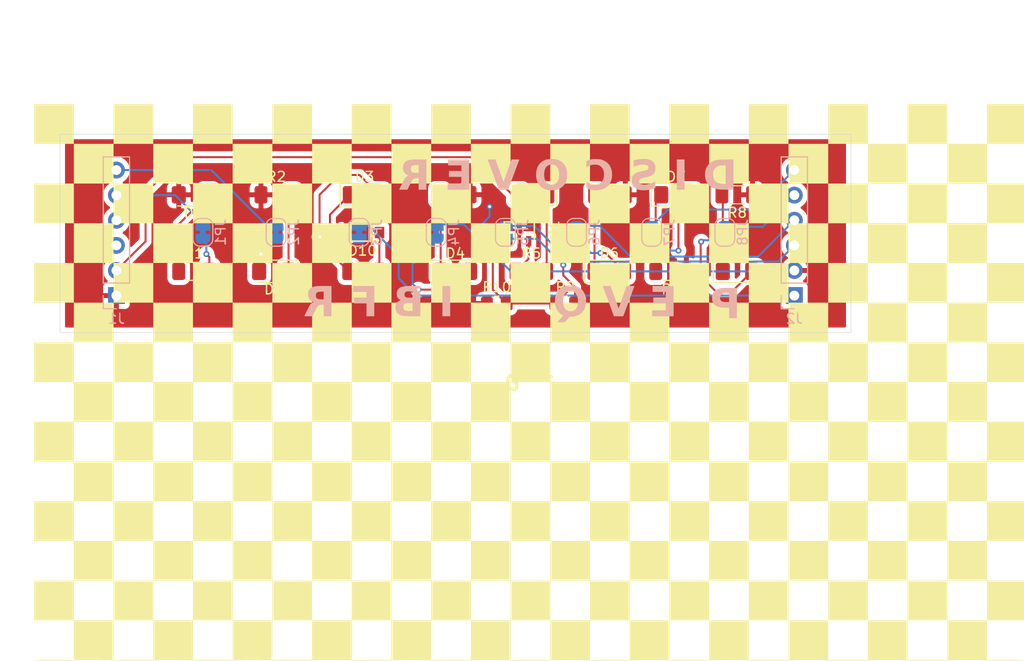
<source format=kicad_pcb>
(kicad_pcb (version 20240108) (generator "pcbnew") (generator_version "8.0")
  (layers (0 "F.Cu" signal) (31 "B.Cu" signal) (34 "B.Paste" user) (35 "F.Paste" user) (36 "B.SilkS" user "B.Silkscreen") (37 "F.SilkS" user "F.Silkscreen") (38 "B.Mask" user) (39 "F.Mask" user) (44 "Edge.Cuts" user))
  (net 0 "")
  (net 1 "Net-(D1-K)")
  (net 2 "Net-(D2-K)")
  (net 3 "Net-(D3-K)")
  (net 4 "Net-(D4-K)")
  (net 5 "Net-(D5-K)")
  (net 6 "Net-(D6-K)")
  (net 7 "Net-(D7-K)")
  (net 8 "Net-(D8-K)")
  (net 9 "SV1")
  (net 10 "SV2")
  (net 11 "SV3")
  (net 12 "SV4")
  (net 13 "SV5")
  (net 14 "SV6")
  (net 15 "SV7")
  (net 16 "SV8")
  (net 17 "GPIO3")
  (net 18 "GPIO2")
  (net 19 "+3V3")
  (net 20 "Net-(D10-C)")
  (net 21 "Net-(U1-E)")
  (net 22 "Net-(U1-B)")
  (net 23 "Net-(D2-A)")
  (net 24 "Net-(D3-A)")
  (net 25 "Net-(D4-A)")
  (net 26 "Net-(D6-A)")
  (net 27 "Net-(D7-A)")
  (net 28 "Net-(D8-A)")
  (net 29 "Net-(JP1-A)")
  (net 30 "Net-(JP5-A)")
  (footprint "LED_SMD:LED_1206_3216Metric_Pad1.42x1.75mm_HandSolder" (layer "F.Cu") (at 119.75 89 180)
    (property "Reference" "D5" (at 0 -1.82 0) (layer "F.SilkS"))
    (property "Value" "LED")
    (pad "1" smd roundrect (at -1.4875 0 180) (size 1.425 1.75) (layers "F.Cu" "F.Paste" "F.Mask") (roundrect_rratio 0.175439) (net 5 "Net-(D5-K)"))
    (pad "2" smd roundrect (at 1.4875 0 180) (size 1.425 1.75) (layers "F.Cu" "F.Paste" "F.Mask") (roundrect_rratio 0.175439) (net 19 "+3V3"))
  )
  (footprint "LED_SMD:LED_1206_3216Metric_Pad1.42x1.75mm_HandSolder" (layer "F.Cu") (at 93.575 96.75 180)
    (property "Reference" "D2" (at 0 -1.82 0) (layer "F.SilkS"))
    (property "Value" "LED")
    (pad "1" smd roundrect (at -1.4875 0 180) (size 1.425 1.75) (layers "F.Cu" "F.Paste" "F.Mask") (roundrect_rratio 0.175439) (net 2 "Net-(D2-K)"))
    (pad "2" smd roundrect (at 1.4875 0 180) (size 1.425 1.75) (layers "F.Cu" "F.Paste" "F.Mask") (roundrect_rratio 0.175439) (net 23 "Net-(D2-A)"))
  )
  (footprint "LED_SMD:LED_1206_3216Metric_Pad1.42x1.75mm_HandSolder" (layer "F.Cu") (at 102.75 89)
    (property "Reference" "D3" (at 0 -1.82 0) (layer "F.SilkS"))
    (property "Value" "LED")
    (pad "1" smd roundrect (at -1.4875 0) (size 1.425 1.75) (layers "F.Cu" "F.Paste" "F.Mask") (roundrect_rratio 0.175439) (net 3 "Net-(D3-K)"))
    (pad "2" smd roundrect (at 1.4875 0) (size 1.425 1.75) (layers "F.Cu" "F.Paste" "F.Mask") (roundrect_rratio 0.175439) (net 24 "Net-(D3-A)"))
  )
  (footprint "Resistor_SMD:R_1206_3216Metric_Pad1.30x1.75mm_HandSolder" (layer "F.Cu") (at 93.825 89)
    (property "Reference" "R2" (at 0 -1.82 0) (layer "F.SilkS"))
    (property "Value" "75")
    (pad "1" smd roundrect (at -1.55 0) (size 1.3 1.75) (layers "F.Cu" "F.Paste" "F.Mask") (roundrect_rratio 0.192308) (net 12 "SV4"))
    (pad "2" smd roundrect (at 1.55 0) (size 1.3 1.75) (layers "F.Cu" "F.Paste" "F.Mask") (roundrect_rratio 0.192308) (net 2 "Net-(D2-K)"))
  )
  (footprint "Resistor_SMD:R_1206_3216Metric_Pad1.30x1.75mm_HandSolder" (layer "F.Cu") (at 111.875 88.9875 180)
    (property "Reference" "R4" (at 0 -1.82 0) (layer "F.SilkS"))
    (property "Value" "75")
    (pad "1" smd roundrect (at -1.55 0 180) (size 1.3 1.75) (layers "F.Cu" "F.Paste" "F.Mask") (roundrect_rratio 0.192308) (net 12 "SV4"))
    (pad "2" smd roundrect (at 1.55 0 180) (size 1.3 1.75) (layers "F.Cu" "F.Paste" "F.Mask") (roundrect_rratio 0.192308) (net 4 "Net-(D4-K)"))
  )
  (footprint "Resistor_SMD:R_1206_3216Metric_Pad1.30x1.75mm_HandSolder" (layer "F.Cu") (at 127.575 89 180)
    (property "Reference" "R6" (at 0 -1.82 0) (layer "F.SilkS"))
    (property "Value" "1")
    (pad "1" smd roundrect (at -1.55 0 180) (size 1.3 1.75) (layers "F.Cu" "F.Paste" "F.Mask") (roundrect_rratio 0.192308) (net 12 "SV4"))
    (pad "2" smd roundrect (at 1.55 0 180) (size 1.3 1.75) (layers "F.Cu" "F.Paste" "F.Mask") (roundrect_rratio 0.192308) (net 6 "Net-(D6-K)"))
  )
  (footprint "Resistor_SMD:R_1206_3216Metric_Pad1.30x1.75mm_HandSolder" (layer "F.Cu") (at 133.75 96.75 180)
    (property "Reference" "R7" (at 0 -1.82 0) (layer "F.SilkS"))
    (property "Value" "75")
    (pad "1" smd roundrect (at -1.55 0 180) (size 1.3 1.75) (layers "F.Cu" "F.Paste" "F.Mask") (roundrect_rratio 0.192308) (net 12 "SV4"))
    (pad "2" smd roundrect (at 1.55 0 180) (size 1.3 1.75) (layers "F.Cu" "F.Paste" "F.Mask") (roundrect_rratio 0.192308) (net 7 "Net-(D7-K)"))
  )
  (footprint "footprints:SOD-123_L2.8-W1.8-LS3.7-RD" (layer "F.Cu") (at 102.575 92.825 180)
    (property "Reference" "D10" (at 0.05 -1.825 0) (layer "F.SilkS"))
    (property "Value" "MBR120LSF")
    (pad "1" smd rect (at -1.692405 0 180) (size 0.950013 1.150013) (layers "F.Cu" "F.Paste" "F.Mask") (net 20 "Net-(D10-C)"))
    (pad "2" smd rect (at 1.692405 0 180) (size 0.950013 1.150013) (layers "F.Cu" "F.Paste" "F.Mask") (net 12 "SV4"))
  )
  (footprint "LOGO" (layer "F.Cu") (at 119.4 108)
    (property "Reference" "G***" (at 0 0 0) (layer "F.SilkS") (effects (font (size 1.5 1.5) (thickness 0.3))))
    (property "Value" "LOGO" (hide yes))
  )
  (footprint "Resistor_SMD:R_1206_3216Metric_Pad1.30x1.75mm_HandSolder" (layer "F.Cu") (at 102.7 96.75 180)
    (property "Reference" "R3" (at 0 -1.82 0) (layer "F.SilkS"))
    (property "Value" "75")
    (pad "1" smd roundrect (at -1.55 0 180) (size 1.3 1.75) (layers "F.Cu" "F.Paste" "F.Mask") (roundrect_rratio 0.192308) (net 20 "Net-(D10-C)"))
    (pad "2" smd roundrect (at 1.55 0 180) (size 1.3 1.75) (layers "F.Cu" "F.Paste" "F.Mask") (roundrect_rratio 0.192308) (net 3 "Net-(D3-K)"))
  )
  (footprint "LED_SMD:LED_1206_3216Metric_Pad1.42x1.75mm_HandSolder" (layer "F.Cu") (at 85.445 89 180)
    (property "Reference" "D1" (at 0 -1.82 0) (layer "F.SilkS"))
    (property "Value" "LED")
    (pad "1" smd roundrect (at -1.4875 0 180) (size 1.425 1.75) (layers "F.Cu" "F.Paste" "F.Mask") (roundrect_rratio 0.175439) (net 1 "Net-(D1-K)"))
    (pad "2" smd roundrect (at 1.4875 0 180) (size 1.425 1.75) (layers "F.Cu" "F.Paste" "F.Mask") (roundrect_rratio 0.175439) (net 12 "SV4"))
  )
  (footprint "footprints:SOT-23-3_L3.0-W1.7-P0.95-LS2.9-BR" (layer "F.Cu") (at 118.4 92.6 -90)
    (property "Reference" "U1" (at 0 -3.526213 90) (layer "F.SilkS"))
    (property "Value" "MMBT3906")
    (pad "1" smd rect (at 1.101346 0.949962 270) (size 1.03749 0.532004) (layers "F.Cu" "F.Paste" "F.Mask") (net 22 "Net-(U1-B)"))
    (pad "2" smd rect (at 1.101346 -0.949962 270) (size 1.03749 0.532004) (layers "F.Cu" "F.Paste" "F.Mask") (net 21 "Net-(U1-E)"))
    (pad "3" smd rect (at -1.101346 0 270) (size 1.03749 0.532004) (layers "F.Cu" "F.Paste" "F.Mask") (net 12 "SV4"))
  )
  (footprint "LED_SMD:LED_1206_3216Metric_Pad1.42x1.75mm_HandSolder" (layer "F.Cu") (at 134.25 89)
    (property "Reference" "D7" (at 0 -1.82 0) (layer "F.SilkS"))
    (property "Value" "LED")
    (pad "1" smd roundrect (at -1.4875 0) (size 1.425 1.75) (layers "F.Cu" "F.Paste" "F.Mask") (roundrect_rratio 0.175439) (net 7 "Net-(D7-K)"))
    (pad "2" smd roundrect (at 1.4875 0) (size 1.425 1.75) (layers "F.Cu" "F.Paste" "F.Mask") (roundrect_rratio 0.175439) (net 27 "Net-(D7-A)"))
  )
  (footprint "LED_SMD:LED_1206_3216Metric_Pad1.42x1.75mm_HandSolder" (layer "F.Cu") (at 111.9375 96.75)
    (property "Reference" "D4" (at 0 -1.82 0) (layer "F.SilkS"))
    (property "Value" "LED")
    (pad "1" smd roundrect (at -1.4875 0) (size 1.425 1.75) (layers "F.Cu" "F.Paste" "F.Mask") (roundrect_rratio 0.175439) (net 4 "Net-(D4-K)"))
    (pad "2" smd roundrect (at 1.4875 0) (size 1.425 1.75) (layers "F.Cu" "F.Paste" "F.Mask") (roundrect_rratio 0.175439) (net 25 "Net-(D4-A)"))
  )
  (footprint "Resistor_SMD:R_1206_3216Metric_Pad1.30x1.75mm_HandSolder" (layer "F.Cu") (at 140.45 89 180)
    (property "Reference" "R8" (at 0 -1.82 0) (layer "F.SilkS"))
    (property "Value" "75")
    (pad "1" smd roundrect (at -1.55 0 180) (size 1.3 1.75) (layers "F.Cu" "F.Paste" "F.Mask") (roundrect_rratio 0.192308) (net 12 "SV4"))
    (pad "2" smd roundrect (at 1.55 0 180) (size 1.3 1.75) (layers "F.Cu" "F.Paste" "F.Mask") (roundrect_rratio 0.192308) (net 8 "Net-(D8-K)"))
  )
  (footprint "Resistor_SMD:R_0805_2012Metric_Pad1.20x1.40mm_HandSolder" (layer "F.Cu") (at 123.05 100)
    (property "Reference" "R9" (at 0 -1.65 0) (layer "F.SilkS"))
    (property "Value" "10K")
    (pad "1" smd roundrect (at -1 0) (size 1.2 1.4) (layers "F.Cu" "F.Paste" "F.Mask") (roundrect_rratio 0.208333) (net 22 "Net-(U1-B)"))
    (pad "2" smd roundrect (at 1 0) (size 1.2 1.4) (layers "F.Cu" "F.Paste" "F.Mask") (roundrect_rratio 0.208333) (net 30 "Net-(JP5-A)"))
  )
  (footprint "Resistor_SMD:R_1206_3216Metric_Pad1.30x1.75mm_HandSolder" (layer "F.Cu") (at 85.5 96.75)
    (property "Reference" "R1" (at 0 -1.82 0) (layer "F.SilkS"))
    (property "Value" "75")
    (pad "1" smd roundrect (at -1.55 0) (size 1.3 1.75) (layers "F.Cu" "F.Paste" "F.Mask") (roundrect_rratio 0.192308) (net 1 "Net-(D1-K)"))
    (pad "2" smd roundrect (at 1.55 0) (size 1.3 1.75) (layers "F.Cu" "F.Paste" "F.Mask") (roundrect_rratio 0.192308) (net 29 "Net-(JP1-A)"))
  )
  (footprint "Resistor_SMD:R_0805_2012Metric_Pad1.20x1.40mm_HandSolder" (layer "F.Cu") (at 116.125 100)
    (property "Reference" "R10" (at 0 -1.65 0) (layer "F.SilkS"))
    (property "Value" "10K")
    (pad "1" smd roundrect (at -1 0) (size 1.2 1.4) (layers "F.Cu" "F.Paste" "F.Mask") (roundrect_rratio 0.208333) (net 12 "SV4"))
    (pad "2" smd roundrect (at 1 0) (size 1.2 1.4) (layers "F.Cu" "F.Paste" "F.Mask") (roundrect_rratio 0.208333) (net 22 "Net-(U1-B)"))
  )
  (footprint "Resistor_SMD:R_1206_3216Metric_Pad1.30x1.75mm_HandSolder" (layer "F.Cu") (at 119.625 96.75)
    (property "Reference" "R5" (at 0 -1.82 0) (layer "F.SilkS"))
    (property "Value" "75")
    (pad "1" smd roundrect (at -1.55 0) (size 1.3 1.75) (layers "F.Cu" "F.Paste" "F.Mask") (roundrect_rratio 0.192308) (net 21 "Net-(U1-E)"))
    (pad "2" smd roundrect (at 1.55 0) (size 1.3 1.75) (layers "F.Cu" "F.Paste" "F.Mask") (roundrect_rratio 0.192308) (net 5 "Net-(D5-K)"))
  )
  (footprint "LED_SMD:LED_1206_3216Metric_Pad1.42x1.75mm_HandSolder" (layer "F.Cu") (at 140.475 96.75)
    (property "Reference" "D8" (at 0 -1.82 0) (layer "F.SilkS"))
    (property "Value" "LED")
    (pad "1" smd roundrect (at -1.4875 0) (size 1.425 1.75) (layers "F.Cu" "F.Paste" "F.Mask") (roundrect_rratio 0.175439) (net 8 "Net-(D8-K)"))
    (pad "2" smd roundrect (at 1.4875 0) (size 1.425 1.75) (layers "F.Cu" "F.Paste" "F.Mask") (roundrect_rratio 0.175439) (net 28 "Net-(D8-A)"))
  )
  (footprint "LED_SMD:LED_1206_3216Metric_Pad1.42x1.75mm_HandSolder" (layer "F.Cu") (at 127.5 96.75)
    (property "Reference" "D6" (at 0 -1.82 0) (layer "F.SilkS"))
    (property "Value" "LED")
    (pad "1" smd roundrect (at -1.4875 0) (size 1.425 1.75) (layers "F.Cu" "F.Paste" "F.Mask") (roundrect_rratio 0.175439) (net 6 "Net-(D6-K)"))
    (pad "2" smd roundrect (at 1.4875 0) (size 1.425 1.75) (layers "F.Cu" "F.Paste" "F.Mask") (roundrect_rratio 0.175439) (net 26 "Net-(D6-A)"))
  )
  (footprint "Jumper:SolderJumper-2_P1.3mm_Bridged_RoundedPad1.0x1.5mm" (layer "B.Cu") (at 124.2 92.8 90)
    (property "Reference" "JP6" (at 0 1.8 90) (layer "B.SilkS") (effects (justify mirror)))
    (property "Value" "SolderJumper_2_Bridged")
    (fp_poly (pts (xy 0.25 0.3) (xy -0.25 0.3) (xy -0.25 -0.3) (xy 0.25 -0.3)) (fill solid) (layer "B.Cu"))
    (pad "1" smd custom (at -0.65 0 90) (size 1 0.5) (layers "B.Cu" "B.Mask") (net 26 "Net-(D6-A)") (options (clearance outline) (anchor rect)) (primitives (gr_circle (center 0 -0.25) (end 0.5 -0.25) (width 0) (fill yes)) (gr_circle (center 0 0.25) (end 0.5 0.25) (width 0) (fill yes)) (gr_poly (pts (xy 0.5 -0.75) (xy 0 -0.75) (xy 0 0.75) (xy 0.5 0.75)) (width 0) (fill yes))))
    (pad "2" smd custom (at 0.65 0 90) (size 1 0.5) (layers "B.Cu" "B.Mask") (net 14 "SV6") (options (clearance outline) (anchor rect)) (primitives (gr_circle (center 0 -0.25) (end 0.5 -0.25) (width 0) (fill yes)) (gr_circle (center 0 0.25) (end 0.5 0.25) (width 0) (fill yes)) (gr_poly (pts (xy 0 -0.75) (xy -0.5 -0.75) (xy -0.5 0.75) (xy 0 0.75)) (width 0) (fill yes))))
  )
  (footprint "Connector_PinHeader_2.54mm:PinHeader_1x06_P2.54mm_Vertical" (layer "B.Cu") (at 77.65 99.2)
    (property "Reference" "J1" (at 0 2.33 0) (layer "B.SilkS") (effects (justify mirror)))
    (property "Value" "Conn_01x06_Pin")
    (pad "1" thru_hole rect (at 0 0) (size 1.7 1.7) (drill 1) (layers "*.Cu" "*.Mask") (net 12 "SV4"))
    (pad "2" thru_hole oval (at 0 -2.54) (size 1.7 1.7) (drill 1) (layers "*.Cu" "*.Mask") (net 19 "+3V3"))
    (pad "3" thru_hole oval (at 0 -5.08) (size 1.7 1.7) (drill 1) (layers "*.Cu" "*.Mask") (net 18 "GPIO2"))
    (pad "4" thru_hole oval (at 0 -7.62) (size 1.7 1.7) (drill 1) (layers "*.Cu" "*.Mask") (net 17 "GPIO3"))
    (pad "5" thru_hole oval (at 0 -10.16) (size 1.7 1.7) (drill 1) (layers "*.Cu" "*.Mask") (net 9 "SV1"))
    (pad "6" thru_hole oval (at 0 -12.7) (size 1.7 1.7) (drill 1) (layers "*.Cu" "*.Mask") (net 10 "SV2"))
  )
  (footprint "Jumper:SolderJumper-2_P1.3mm_Bridged_RoundedPad1.0x1.5mm" (layer "B.Cu") (at 86.4 92.8 90)
    (property "Reference" "JP1" (at 0 1.8 90) (layer "B.SilkS") (effects (justify mirror)))
    (property "Value" "SolderJumper_2_Bridged")
    (fp_poly (pts (xy 0.25 0.3) (xy -0.25 0.3) (xy -0.25 -0.3) (xy 0.25 -0.3)) (fill solid) (layer "B.Cu"))
    (pad "1" smd custom (at -0.65 0 90) (size 1 0.5) (layers "B.Cu" "B.Mask") (net 29 "Net-(JP1-A)") (options (clearance outline) (anchor rect)) (primitives (gr_circle (center 0 -0.25) (end 0.5 -0.25) (width 0) (fill yes)) (gr_circle (center 0 0.25) (end 0.5 0.25) (width 0) (fill yes)) (gr_poly (pts (xy 0.5 -0.75) (xy 0 -0.75) (xy 0 0.75) (xy 0.5 0.75)) (width 0) (fill yes))))
    (pad "2" smd custom (at 0.65 0 90) (size 1 0.5) (layers "B.Cu" "B.Mask") (net 9 "SV1") (options (clearance outline) (anchor rect)) (primitives (gr_circle (center 0 -0.25) (end 0.5 -0.25) (width 0) (fill yes)) (gr_circle (center 0 0.25) (end 0.5 0.25) (width 0) (fill yes)) (gr_poly (pts (xy 0 -0.75) (xy -0.5 -0.75) (xy -0.5 0.75) (xy 0 0.75)) (width 0) (fill yes))))
  )
  (footprint "Jumper:SolderJumper-2_P1.3mm_Bridged_RoundedPad1.0x1.5mm" (layer "B.Cu") (at 102.2 92.8 90)
    (property "Reference" "JP3" (at 0 1.8 90) (layer "B.SilkS") (effects (justify mirror)))
    (property "Value" "SolderJumper_2_Bridged")
    (fp_poly (pts (xy 0.25 0.3) (xy -0.25 0.3) (xy -0.25 -0.3) (xy 0.25 -0.3)) (fill solid) (layer "B.Cu"))
    (pad "1" smd custom (at -0.65 0 90) (size 1 0.5) (layers "B.Cu" "B.Mask") (net 24 "Net-(D3-A)") (options (clearance outline) (anchor rect)) (primitives (gr_circle (center 0 -0.25) (end 0.5 -0.25) (width 0) (fill yes)) (gr_circle (center 0 0.25) (end 0.5 0.25) (width 0) (fill yes)) (gr_poly (pts (xy 0.5 -0.75) (xy 0 -0.75) (xy 0 0.75) (xy 0.5 0.75)) (width 0) (fill yes))))
    (pad "2" smd custom (at 0.65 0 90) (size 1 0.5) (layers "B.Cu" "B.Mask") (net 11 "SV3") (options (clearance outline) (anchor rect)) (primitives (gr_circle (center 0 -0.25) (end 0.5 -0.25) (width 0) (fill yes)) (gr_circle (center 0 0.25) (end 0.5 0.25) (width 0) (fill yes)) (gr_poly (pts (xy 0 -0.75) (xy -0.5 -0.75) (xy -0.5 0.75) (xy 0 0.75)) (width 0) (fill yes))))
  )
  (footprint "Jumper:SolderJumper-2_P1.3mm_Bridged_RoundedPad1.0x1.5mm" (layer "B.Cu") (at 131.8 92.8 90)
    (property "Reference" "JP7" (at 0 1.8 90) (layer "B.SilkS") (effects (justify mirror)))
    (property "Value" "SolderJumper_2_Bridged")
    (fp_poly (pts (xy 0.25 0.3) (xy -0.25 0.3) (xy -0.25 -0.3) (xy 0.25 -0.3)) (fill solid) (layer "B.Cu"))
    (pad "1" smd custom (at -0.65 0 90) (size 1 0.5) (layers "B.Cu" "B.Mask") (net 27 "Net-(D7-A)") (options (clearance outline) (anchor rect)) (primitives (gr_circle (center 0 -0.25) (end 0.5 -0.25) (width 0) (fill yes)) (gr_circle (center 0 0.25) (end 0.5 0.25) (width 0) (fill yes)) (gr_poly (pts (xy 0.5 -0.75) (xy 0 -0.75) (xy 0 0.75) (xy 0.5 0.75)) (width 0) (fill yes))))
    (pad "2" smd custom (at 0.65 0 90) (size 1 0.5) (layers "B.Cu" "B.Mask") (net 16 "SV8") (options (clearance outline) (anchor rect)) (primitives (gr_circle (center 0 -0.25) (end 0.5 -0.25) (width 0) (fill yes)) (gr_circle (center 0 0.25) (end 0.5 0.25) (width 0) (fill yes)) (gr_poly (pts (xy 0 -0.75) (xy -0.5 -0.75) (xy -0.5 0.75) (xy 0 0.75)) (width 0) (fill yes))))
  )
  (footprint "Jumper:SolderJumper-2_P1.3mm_Bridged_RoundedPad1.0x1.5mm" (layer "B.Cu") (at 110 92.8 90)
    (property "Reference" "JP4" (at 0 1.8 90) (layer "B.SilkS") (effects (justify mirror)))
    (property "Value" "SolderJumper_2_Bridged")
    (fp_poly (pts (xy 0.25 0.3) (xy -0.25 0.3) (xy -0.25 -0.3) (xy 0.25 -0.3)) (fill solid) (layer "B.Cu"))
    (pad "1" smd custom (at -0.65 0 90) (size 1 0.5) (layers "B.Cu" "B.Mask") (net 25 "Net-(D4-A)") (options (clearance outline) (anchor rect)) (primitives (gr_circle (center 0 -0.25) (end 0.5 -0.25) (width 0) (fill yes)) (gr_circle (center 0 0.25) (end 0.5 0.25) (width 0) (fill yes)) (gr_poly (pts (xy 0.5 -0.75) (xy 0 -0.75) (xy 0 0.75) (xy 0.5 0.75)) (width 0) (fill yes))))
    (pad "2" smd custom (at 0.65 0 90) (size 1 0.5) (layers "B.Cu" "B.Mask") (net 12 "SV4") (options (clearance outline) (anchor rect)) (primitives (gr_circle (center 0 -0.25) (end 0.5 -0.25) (width 0) (fill yes)) (gr_circle (center 0 0.25) (end 0.5 0.25) (width 0) (fill yes)) (gr_poly (pts (xy 0 -0.75) (xy -0.5 -0.75) (xy -0.5 0.75) (xy 0 0.75)) (width 0) (fill yes))))
  )
  (footprint "Jumper:SolderJumper-2_P1.3mm_Bridged_RoundedPad1.0x1.5mm" (layer "B.Cu") (at 117 92.8 90)
    (property "Reference" "JP5" (at 0 1.8 90) (layer "B.SilkS") (effects (justify mirror)))
    (property "Value" "SolderJumper_2_Bridged")
    (fp_poly (pts (xy 0.25 0.3) (xy -0.25 0.3) (xy -0.25 -0.3) (xy 0.25 -0.3)) (fill solid) (layer "B.Cu"))
    (pad "1" smd custom (at -0.65 0 90) (size 1 0.5) (layers "B.Cu" "B.Mask") (net 30 "Net-(JP5-A)") (options (clearance outline) (anchor rect)) (primitives (gr_circle (center 0 -0.25) (end 0.5 -0.25) (width 0) (fill yes)) (gr_circle (center 0 0.25) (end 0.5 0.25) (width 0) (fill yes)) (gr_poly (pts (xy 0.5 -0.75) (xy 0 -0.75) (xy 0 0.75) (xy 0.5 0.75)) (width 0) (fill yes))))
    (pad "2" smd custom (at 0.65 0 90) (size 1 0.5) (layers "B.Cu" "B.Mask") (net 13 "SV5") (options (clearance outline) (anchor rect)) (primitives (gr_circle (center 0 -0.25) (end 0.5 -0.25) (width 0) (fill yes)) (gr_circle (center 0 0.25) (end 0.5 0.25) (width 0) (fill yes)) (gr_poly (pts (xy 0 -0.75) (xy -0.5 -0.75) (xy -0.5 0.75) (xy 0 0.75)) (width 0) (fill yes))))
  )
  (footprint "Jumper:SolderJumper-2_P1.3mm_Bridged_RoundedPad1.0x1.5mm" (layer "B.Cu") (at 93.8 92.8 90)
    (property "Reference" "JP2" (at 0 1.8 90) (layer "B.SilkS") (effects (justify mirror)))
    (property "Value" "SolderJumper_2_Bridged")
    (fp_poly (pts (xy 0.25 0.3) (xy -0.25 0.3) (xy -0.25 -0.3) (xy 0.25 -0.3)) (fill solid) (layer "B.Cu"))
    (pad "1" smd custom (at -0.65 0 90) (size 1 0.5) (layers "B.Cu" "B.Mask") (net 23 "Net-(D2-A)") (options (clearance outline) (anchor rect)) (primitives (gr_circle (center 0 -0.25) (end 0.5 -0.25) (width 0) (fill yes)) (gr_circle (center 0 0.25) (end 0.5 0.25) (width 0) (fill yes)) (gr_poly (pts (xy 0.5 -0.75) (xy 0 -0.75) (xy 0 0.75) (xy 0.5 0.75)) (width 0) (fill yes))))
    (pad "2" smd custom (at 0.65 0 90) (size 1 0.5) (layers "B.Cu" "B.Mask") (net 10 "SV2") (options (clearance outline) (anchor rect)) (primitives (gr_circle (center 0 -0.25) (end 0.5 -0.25) (width 0) (fill yes)) (gr_circle (center 0 0.25) (end 0.5 0.25) (width 0) (fill yes)) (gr_poly (pts (xy 0 -0.75) (xy -0.5 -0.75) (xy -0.5 0.75) (xy 0 0.75)) (width 0) (fill yes))))
  )
  (footprint "Jumper:SolderJumper-2_P1.3mm_Bridged_RoundedPad1.0x1.5mm" (layer "B.Cu") (at 139.2 92.8 90)
    (property "Reference" "JP8" (at 0 1.8 90) (layer "B.SilkS") (effects (justify mirror)))
    (property "Value" "SolderJumper_2_Bridged")
    (fp_poly (pts (xy 0.25 0.3) (xy -0.25 0.3) (xy -0.25 -0.3) (xy 0.25 -0.3)) (fill solid) (layer "B.Cu"))
    (pad "1" smd custom (at -0.65 0 90) (size 1 0.5) (layers "B.Cu" "B.Mask") (net 28 "Net-(D8-A)") (options (clearance outline) (anchor rect)) (primitives (gr_circle (center 0 -0.25) (end 0.5 -0.25) (width 0) (fill yes)) (gr_circle (center 0 0.25) (end 0.5 0.25) (width 0) (fill yes)) (gr_poly (pts (xy 0.5 -0.75) (xy 0 -0.75) (xy 0 0.75) (xy 0.5 0.75)) (width 0) (fill yes))))
    (pad "2" smd custom (at 0.65 0 90) (size 1 0.5) (layers "B.Cu" "B.Mask") (net 15 "SV7") (options (clearance outline) (anchor rect)) (primitives (gr_circle (center 0 -0.25) (end 0.5 -0.25) (width 0) (fill yes)) (gr_circle (center 0 0.25) (end 0.5 0.25) (width 0) (fill yes)) (gr_poly (pts (xy 0 -0.75) (xy -0.5 -0.75) (xy -0.5 0.75) (xy 0 0.75)) (width 0) (fill yes))))
  )
  (footprint "Connector_PinHeader_2.54mm:PinHeader_1x06_P2.54mm_Vertical" (layer "B.Cu") (at 146.225 99.2)
    (property "Reference" "J2" (at 0 2.33 0) (layer "B.SilkS") (effects (justify mirror)))
    (property "Value" "Conn_01x06_Pin")
    (pad "1" thru_hole rect (at 0 0) (size 1.7 1.7) (drill 1) (layers "*.Cu" "*.Mask") (net 11 "SV3"))
    (pad "2" thru_hole oval (at 0 -2.54) (size 1.7 1.7) (drill 1) (layers "*.Cu" "*.Mask") (net 12 "SV4"))
    (pad "3" thru_hole oval (at 0 -5.08) (size 1.7 1.7) (drill 1) (layers "*.Cu" "*.Mask") (net 13 "SV5"))
    (pad "4" thru_hole oval (at 0 -7.62) (size 1.7 1.7) (drill 1) (layers "*.Cu" "*.Mask") (net 14 "SV6"))
    (pad "5" thru_hole oval (at 0 -10.16) (size 1.7 1.7) (drill 1) (layers "*.Cu" "*.Mask") (net 15 "SV7"))
    (pad "6" thru_hole oval (at 0 -12.7) (size 1.7 1.7) (drill 1) (layers "*.Cu" "*.Mask") (net 16 "SV8"))
  )
  (gr_rect (start 71.95 82.88) (end 151.95 102.93) (stroke (width 0.05)) (fill none) (layer "Edge.Cuts"))
  (gr_text "D I S C O V E R" (at 140.45 89 0) (layer "B.SilkS") (effects (font (size 3 3) (thickness 0.3) (bold yes)) (justify left bottom mirror)))
  (gr_text "E V Q" (at 134.4 101.8 0) (layer "B.SilkS") (effects (font (size 3 3) (thickness 0.3) (bold yes)) (justify left bottom mirror)))
  (gr_text "P" (at 140.8 102 0) (layer "B.SilkS") (effects (font (size 3 3) (thickness 0.3) (bold yes)) (justify left bottom mirror)))
  (gr_text "I B F R" (at 111.8 101.8 0) (layer "B.SilkS") (effects (font (size 3 3) (thickness 0.3) (bold yes)) (justify left bottom mirror)))
  (segment (start 83.95 91.9825) (end 86.9325 89) (width 0.2) (layer "F.Cu") (net 1))
  (segment (start 83.95 96.75) (end 83.95 91.9825) (width 0.2) (layer "F.Cu") (net 1))
  (segment (start 95.0625 96.75) (end 95.0625 89.3125) (width 0.2) (layer "F.Cu") (net 2))
  (segment (start 95.0625 89.3125) (end 95.375 89) (width 0.2) (layer "F.Cu") (net 2))
  (segment (start 101.15 96.75) (end 99.25 94.85) (width 0.2) (layer "F.Cu") (net 3))
  (segment (start 99.25 94.85) (end 99.25 91.0125) (width 0.2) (layer "F.Cu") (net 3))
  (segment (start 99.25 91.0125) (end 101.2625 89) (width 0.2) (layer "F.Cu") (net 3))
  (segment (start 110.45 96.75) (end 110.45 89.1125) (width 0.2) (layer "F.Cu") (net 4))
  (segment (start 110.45 89.1125) (end 110.325 88.9875) (width 0.2) (layer "F.Cu") (net 4))
  (segment (start 121.175 96.75) (end 121.175 89.0625) (width 0.2) (layer "F.Cu") (net 5))
  (segment (start 121.175 89.0625) (end 121.2375 89) (width 0.2) (layer "F.Cu") (net 5))
  (segment (start 126.0125 89.0125) (end 126.025 89) (width 0.2) (layer "F.Cu") (net 6))
  (segment (start 126.0125 96.75) (end 126.0125 89.0125) (width 0.2) (layer "F.Cu") (net 6))
  (segment (start 132.2 96.75) (end 132.2 89.5625) (width 0.2) (layer "F.Cu") (net 7))
  (segment (start 132.2 89.5625) (end 132.7625 89) (width 0.2) (layer "F.Cu") (net 7))
  (segment (start 138.9875 89.0875) (end 138.9 89) (width 0.2) (layer "F.Cu") (net 8))
  (segment (start 138.9875 96.75) (end 138.9875 89.0875) (width 0.2) (layer "F.Cu") (net 8))
  (segment (start 77.65 89.04) (end 77.66 89.04) (width 0.2) (layer "F.Cu") (net 9))
  (segment (start 86.4 91.85) (end 86.4 92.15) (width 0.2) (layer "B.Cu") (net 9))
  (segment (start 77.65 89.04) (end 83.59 89.04) (width 0.2) (layer "B.Cu") (net 9))
  (segment (start 83.59 89.04) (end 86.4 91.85) (width 0.2) (layer "B.Cu") (net 9))
  (segment (start 77.65 86.5) (end 78.175 85.975) (width 0.2) (layer "F.Cu") (net 10))
  (segment (start 93.8 92.15) (end 92.9 92.15) (width 0.2) (layer "B.Cu") (net 10))
  (segment (start 92.9 92.15) (end 87.25 86.5) (width 0.2) (layer "B.Cu") (net 10))
  (segment (start 77.65 86.5) (end 87 86.5) (width 0.2) (layer "B.Cu") (net 10))
  (segment (start 107.951471 99.2) (end 106.2 97.448529) (width 0.2) (layer "B.Cu") (net 11))
  (segment (start 146.225 99.2) (end 107.951471 99.2) (width 0.2) (layer "B.Cu") (net 11))
  (segment (start 103.181337 92.15) (end 102.2 92.15) (width 0.2) (layer "B.Cu") (net 11))
  (segment (start 106.2 95.168663) (end 103.181337 92.15) (width 0.2) (layer "B.Cu") (net 11))
  (segment (start 106.2 97.448529) (end 106.2 95.168663) (width 0.2) (layer "B.Cu") (net 11))
  (segment (start 76.525 99.2) (end 77.65 99.2) (width 0.2) (layer "F.Cu") (net 12))
  (segment (start 85.445 87.8925) (end 85.8675 87.8925) (width 0.2) (layer "F.Cu") (net 12))
  (segment (start 77.85 99) (end 77.65 99.2) (width 0.2) (layer "F.Cu") (net 12))
  (segment (start 76.375 99.35) (end 76.525 99.2) (width 0.2) (layer "F.Cu") (net 12))
  (via (at 115.4 90.2) (size 0.6) (drill 0.3) (layers "F.Cu" "B.Cu") (net 12))
  (segment (start 146.225 96.66) (end 146.135 96.75) (width 0.2) (layer "B.Cu") (net 12))
  (segment (start 115.4 90.2) (end 115.4 91.2) (width 0.2) (layer "B.Cu") (net 12))
  (segment (start 115.4 91.2) (end 113.9 92.7) (width 0.2) (layer "B.Cu") (net 12))
  (segment (start 113.9 93.1) (end 112.8 92) (width 0.2) (layer "B.Cu") (net 12))
  (segment (start 117.55 96.75) (end 113.9 93.1) (width 0.2) (layer "B.Cu") (net 12))
  (segment (start 113.9 92.7) (end 113.9 93.1) (width 0.2) (layer "B.Cu") (net 12))
  (segment (start 146.135 96.75) (end 117.55 96.75) (width 0.2) (layer "B.Cu") (net 12))
  (segment (start 112.8 92) (end 110.15 92) (width 0.2) (layer "B.Cu") (net 12))
  (segment (start 110.15 92) (end 110 92.15) (width 0.2) (layer "B.Cu") (net 12))
  (segment (start 123.5 95.75) (end 119.9 92.15) (width 0.2) (layer "B.Cu") (net 13))
  (segment (start 146.225 94.12) (end 144.595 95.75) (width 0.2) (layer "B.Cu") (net 13))
  (segment (start 119.9 92.15) (end 117 92.15) (width 0.2) (layer "B.Cu") (net 13))
  (segment (start 144.595 95.75) (end 123.5 95.75) (width 0.2) (layer "B.Cu") (net 13))
  (segment (start 126.55 92.15) (end 124.2 92.15) (width 0.2) (layer "B.Cu") (net 14))
  (segment (start 146.225 91.58) (end 142.555 95.25) (width 0.2) (layer "B.Cu") (net 14))
  (segment (start 142.555 95.25) (end 129.65 95.25) (width 0.2) (layer "B.Cu") (net 14))
  (segment (start 129.65 95.25) (end 126.55 92.15) (width 0.2) (layer "B.Cu") (net 14))
  (segment (start 139.3 92.25) (end 139.2 92.15) (width 0.2) (layer "B.Cu") (net 15))
  (segment (start 143.015 92.25) (end 139.3 92.25) (width 0.2) (layer "B.Cu") (net 15))
  (segment (start 146.225 89.04) (end 143.015 92.25) (width 0.2) (layer "B.Cu") (net 15))
  (segment (start 133.45 90.5) (end 144.199314 90.5) (width 0.2) (layer "B.Cu") (net 16))
  (segment (start 144.85 87.875) (end 146.225 86.5) (width 0.2) (layer "B.Cu") (net 16))
  (segment (start 144.85 89.849314) (end 144.85 87.875) (width 0.2) (layer "B.Cu") (net 16))
  (segment (start 144.199314 90.5) (end 144.85 89.849314) (width 0.2) (layer "B.Cu") (net 16))
  (segment (start 131.8 92.15) (end 133.45 90.5) (width 0.2) (layer "B.Cu") (net 16))
  (segment (start 113.9 85.2) (end 117.7 89) (width 0.2) (layer "F.Cu") (net 19))
  (segment (start 84.2 85.2) (end 113.6 85.2) (width 0.2) (layer "F.Cu") (net 19))
  (segment (start 80.6 93.71) (end 80.6 88.8) (width 0.2) (layer "F.Cu") (net 19))
  (segment (start 77.65 96.66) (end 80.6 93.71) (width 0.2) (layer "F.Cu") (net 19))
  (segment (start 117.7 89) (end 118.2625 89) (width 0.2) (layer "F.Cu") (net 19))
  (segment (start 80.6 88.8) (end 84.2 85.2) (width 0.2) (layer "F.Cu") (net 19))
  (segment (start 104.25 92.842405) (end 104.267405 92.825) (width 0.2) (layer "F.Cu") (net 20))
  (segment (start 104.25 96.75) (end 104.25 92.842405) (width 0.2) (layer "F.Cu") (net 20))
  (segment (start 104.267405 92.970095) (end 104.2375 93) (width 0.2) (layer "F.Cu") (net 20))
  (segment (start 104.267405 92.825) (end 104.267405 92.970095) (width 0.2) (layer "F.Cu") (net 20))
  (segment (start 119.349962 93.701346) (end 119.349962 95.475038) (width 0.2) (layer "F.Cu") (net 21))
  (segment (start 119.349962 95.475038) (end 118.075 96.75) (width 0.2) (layer "F.Cu") (net 21))
  (segment (start 117.125 100) (end 122.05 100) (width 0.2) (layer "F.Cu") (net 22))
  (segment (start 117.450038 93.701346) (end 115.726346 95.425038) (width 0.2) (layer "F.Cu") (net 22))
  (segment (start 115.726346 98.601346) (end 117.125 100) (width 0.2) (layer "F.Cu") (net 22))
  (segment (start 115.726346 95.425038) (end 115.726346 98.601346) (width 0.2) (layer "F.Cu") (net 22))
  (segment (start 92.0875 96.75) (end 92.0875 95.1625) (width 0.2) (layer "F.Cu") (net 23))
  (segment (start 92.0875 95.1625) (end 92.25 95) (width 0.2) (layer "F.Cu") (net 23))
  (via (at 92.25 95) (size 0.6) (drill 0.3) (layers "F.Cu" "B.Cu") (net 23))
  (via (at 92.25 95) (size 0.6) (drill 0.3) (layers "F.Cu" "B.Cu") (net 23))
  (segment (start 92.25 95) (end 93.8 93.45) (width 0.2) (layer "B.Cu") (net 23))
  (segment (start 100.2 87) (end 102.2375 87) (width 0.2) (layer "F.Cu") (net 24))
  (segment (start 102.2375 87) (end 104.2375 89) (width 0.2) (layer "F.Cu") (net 24))
  (segment (start 98.2 89) (end 100.2 87) (width 0.2) (layer "F.Cu") (net 24))
  (segment (start 98.2 93.25) (end 98.2 89) (width 0.2) (layer "F.Cu") (net 24))
  (via (at 98.2 93.25) (size 0.6) (drill 0.3) (layers "F.Cu" "B.Cu") (net 24))
  (segment (start 102.2 93.45) (end 102 93.25) (width 0.2) (layer "B.Cu") (net 24))
  (segment (start 102 93.25) (end 98.2 93.25) (width 0.2) (layer "B.Cu") (net 24))
  (segment (start 111.575 98.6) (end 113.425 96.75) (width 0.2) (layer "F.Cu") (net 25))
  (segment (start 108.2 98.6) (end 111.575 98.6) (width 0.2) (layer "F.Cu") (net 25))
  (via (at 108.2 98.6) (size 0.6) (drill 0.3) (layers "F.Cu" "B.Cu") (net 25))
  (segment (start 107.6 96.05) (end 110 93.65) (width 0.2) (layer "B.Cu") (net 25))
  (segment (start 108.2 98.6) (end 107.6 98) (width 0.2) (layer "B.Cu") (net 25))
  (segment (start 110 93.65) (end 110 93.45) (width 0.2) (layer "B.Cu") (net 25))
  (segment (start 107.6 98) (end 107.6 96.05) (width 0.2) (layer "B.Cu") (net 25))
  (segment (start 127.134265 94.896765) (end 128.9875 96.75) (width 0.2) (layer "F.Cu") (net 26))
  (segment (start 126.6125 94.896765) (end 127.134265 94.896765) (width 0.2) (layer "F.Cu") (net 26))
  (via (at 126.6125 94.896765) (size 0.6) (drill 0.3) (layers "F.Cu" "B.Cu") (net 26))
  (segment (start 125.646765 94.896765) (end 124.2 93.45) (width 0.2) (layer "B.Cu") (net 26))
  (segment (start 126.6125 94.896765) (end 125.646765 94.896765) (width 0.2) (layer "B.Cu") (net 26))
  (segment (start 134.5 89.75) (end 135.25 89) (width 0.2) (layer "F.Cu") (net 27))
  (segment (start 134.5 94.65) (end 134.5 89.75) (width 0.2) (layer "F.Cu") (net 27))
  (segment (start 135.25 89) (end 135.7375 89) (width 0.2) (layer "F.Cu") (net 27))
  (via (at 134.5 94.65) (size 0.6) (drill 0.3) (layers "F.Cu" "B.Cu") (net 27))
  (segment (start 131.8 93.45) (end 133 94.65) (width 0.2) (layer "B.Cu") (net 27))
  (segment (start 133 94.65) (end 134.5 94.65) (width 0.2) (layer "B.Cu") (net 27))
  (segment (start 139.9625 98.75) (end 141.9625 96.75) (width 0.2) (layer "F.Cu") (net 28))
  (segment (start 136.8 93.75) (end 136.75 93.8) (width 0.2) (layer "F.Cu") (net 28))
  (segment (start 136.75 97.25) (end 138.25 98.75) (width 0.2) (layer "F.Cu") (net 28))
  (segment (start 136.75 93.8) (end 136.75 97.25) (width 0.2) (layer "F.Cu") (net 28))
  (segment (start 138.25 98.75) (end 139.9625 98.75) (width 0.2) (layer "F.Cu") (net 28))
  (via (at 136.8 93.75) (size 0.6) (drill 0.3) (layers "F.Cu" "B.Cu") (net 28))
  (segment (start 139.05 93.6) (end 139.2 93.45) (width 0.2) (layer "B.Cu") (net 28))
  (segment (start 136.95 93.6) (end 139.05 93.6) (width 0.2) (layer "B.Cu") (net 28))
  (segment (start 136.8 93.75) (end 136.95 93.6) (width 0.2) (layer "B.Cu") (net 28))
  (segment (start 87.05 95.3) (end 86.75 95) (width 0.2) (layer "F.Cu") (net 29))
  (segment (start 87.05 96.75) (end 87.05 95.3) (width 0.2) (layer "F.Cu") (net 29))
  (via (at 86.75 95) (size 0.6) (drill 0.3) (layers "F.Cu" "B.Cu") (net 29))
  (segment (start 86.75 95) (end 86.75 93.8) (width 0.2) (layer "B.Cu") (net 29))
  (segment (start 86.75 93.8) (end 86.4 93.45) (width 0.2) (layer "B.Cu") (net 29))
  (segment (start 122.85 96.1) (end 122.85 97.15) (width 0.2) (layer "F.Cu") (net 30))
  (segment (start 124.05 98.35) (end 124.05 100.15) (width 0.2) (layer "F.Cu") (net 30))
  (segment (start 122.85 97.15) (end 124.05 98.35) (width 0.2) (layer "F.Cu") (net 30))
  (via (at 122.85 96.1) (size 0.6) (drill 0.3) (layers "F.Cu" "B.Cu") (net 30))
  (segment (start 120.2 93.45) (end 122.85 96.1) (width 0.2) (layer "B.Cu") (net 30))
  (segment (start 117 93.45) (end 120.2 93.45) (width 0.2) (layer "B.Cu") (net 30))
  (zone (net 12) (net_name "SV4") (layer "F.Cu") (connect_pads (clearance 0.5)) (min_thickness 0.25) (fill yes (thermal_gap 0.5) (thermal_bridge_width 0.5))
    (polygon (pts (xy 65.875 69.3) (xy 159.475 69.3) (xy 159.475 109.85) (xy 65.875 109.85)))
  )
)
</source>
